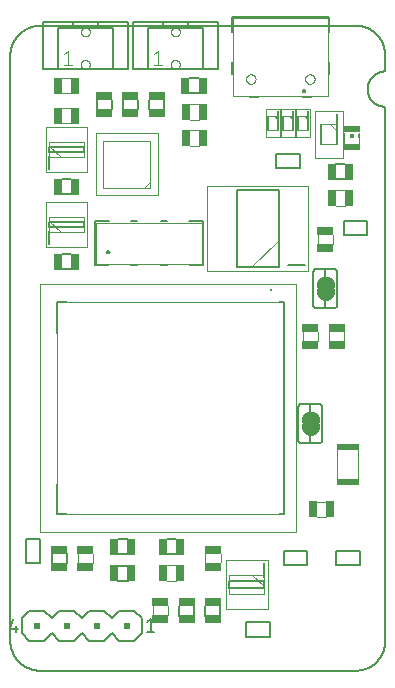
<source format=gto>
G75*
%MOIN*%
%OFA0B0*%
%FSLAX25Y25*%
%IPPOS*%
%LPD*%
%AMOC8*
5,1,8,0,0,1.08239X$1,22.5*
%
%ADD10C,0.00000*%
%ADD11C,0.00600*%
%ADD12C,0.00400*%
%ADD13R,0.05709X0.02953*%
%ADD14R,0.02953X0.05709*%
%ADD15C,0.00197*%
%ADD16C,0.00394*%
%ADD17C,0.00787*%
%ADD18R,0.00591X0.01181*%
%ADD19R,0.01181X0.01181*%
%ADD20R,0.05315X0.02362*%
%ADD21R,0.02559X0.05512*%
%ADD22C,0.00500*%
%ADD23C,0.05000*%
%ADD24R,0.05512X0.02559*%
%ADD25R,0.02000X0.02000*%
%ADD26R,0.07480X0.01969*%
D10*
X0078582Y0197217D02*
X0078584Y0197296D01*
X0078590Y0197375D01*
X0078600Y0197454D01*
X0078614Y0197532D01*
X0078631Y0197609D01*
X0078653Y0197685D01*
X0078678Y0197760D01*
X0078708Y0197833D01*
X0078740Y0197905D01*
X0078777Y0197976D01*
X0078817Y0198044D01*
X0078860Y0198110D01*
X0078906Y0198174D01*
X0078956Y0198236D01*
X0079009Y0198295D01*
X0079064Y0198351D01*
X0079123Y0198405D01*
X0079184Y0198455D01*
X0079247Y0198503D01*
X0079313Y0198547D01*
X0079381Y0198588D01*
X0079451Y0198625D01*
X0079522Y0198659D01*
X0079596Y0198689D01*
X0079670Y0198715D01*
X0079746Y0198737D01*
X0079823Y0198756D01*
X0079901Y0198771D01*
X0079979Y0198782D01*
X0080058Y0198789D01*
X0080137Y0198792D01*
X0080216Y0198791D01*
X0080295Y0198786D01*
X0080374Y0198777D01*
X0080452Y0198764D01*
X0080529Y0198747D01*
X0080606Y0198727D01*
X0080681Y0198702D01*
X0080755Y0198674D01*
X0080828Y0198642D01*
X0080898Y0198607D01*
X0080967Y0198568D01*
X0081034Y0198525D01*
X0081099Y0198479D01*
X0081161Y0198431D01*
X0081221Y0198379D01*
X0081278Y0198324D01*
X0081332Y0198266D01*
X0081383Y0198206D01*
X0081431Y0198143D01*
X0081476Y0198078D01*
X0081518Y0198010D01*
X0081556Y0197941D01*
X0081590Y0197870D01*
X0081621Y0197797D01*
X0081649Y0197722D01*
X0081672Y0197647D01*
X0081692Y0197570D01*
X0081708Y0197493D01*
X0081720Y0197414D01*
X0081728Y0197336D01*
X0081732Y0197257D01*
X0081732Y0197177D01*
X0081728Y0197098D01*
X0081720Y0197020D01*
X0081708Y0196941D01*
X0081692Y0196864D01*
X0081672Y0196787D01*
X0081649Y0196712D01*
X0081621Y0196637D01*
X0081590Y0196564D01*
X0081556Y0196493D01*
X0081518Y0196424D01*
X0081476Y0196356D01*
X0081431Y0196291D01*
X0081383Y0196228D01*
X0081332Y0196168D01*
X0081278Y0196110D01*
X0081221Y0196055D01*
X0081161Y0196003D01*
X0081099Y0195955D01*
X0081034Y0195909D01*
X0080967Y0195866D01*
X0080898Y0195827D01*
X0080828Y0195792D01*
X0080755Y0195760D01*
X0080681Y0195732D01*
X0080606Y0195707D01*
X0080529Y0195687D01*
X0080452Y0195670D01*
X0080374Y0195657D01*
X0080295Y0195648D01*
X0080216Y0195643D01*
X0080137Y0195642D01*
X0080058Y0195645D01*
X0079979Y0195652D01*
X0079901Y0195663D01*
X0079823Y0195678D01*
X0079746Y0195697D01*
X0079670Y0195719D01*
X0079596Y0195745D01*
X0079522Y0195775D01*
X0079451Y0195809D01*
X0079381Y0195846D01*
X0079313Y0195887D01*
X0079247Y0195931D01*
X0079184Y0195979D01*
X0079123Y0196029D01*
X0079064Y0196083D01*
X0079009Y0196139D01*
X0078956Y0196198D01*
X0078906Y0196260D01*
X0078860Y0196324D01*
X0078817Y0196390D01*
X0078777Y0196458D01*
X0078740Y0196529D01*
X0078708Y0196601D01*
X0078678Y0196674D01*
X0078653Y0196749D01*
X0078631Y0196825D01*
X0078614Y0196902D01*
X0078600Y0196980D01*
X0078590Y0197059D01*
X0078584Y0197138D01*
X0078582Y0197217D01*
X0098268Y0197217D02*
X0098270Y0197296D01*
X0098276Y0197375D01*
X0098286Y0197454D01*
X0098300Y0197532D01*
X0098317Y0197609D01*
X0098339Y0197685D01*
X0098364Y0197760D01*
X0098394Y0197833D01*
X0098426Y0197905D01*
X0098463Y0197976D01*
X0098503Y0198044D01*
X0098546Y0198110D01*
X0098592Y0198174D01*
X0098642Y0198236D01*
X0098695Y0198295D01*
X0098750Y0198351D01*
X0098809Y0198405D01*
X0098870Y0198455D01*
X0098933Y0198503D01*
X0098999Y0198547D01*
X0099067Y0198588D01*
X0099137Y0198625D01*
X0099208Y0198659D01*
X0099282Y0198689D01*
X0099356Y0198715D01*
X0099432Y0198737D01*
X0099509Y0198756D01*
X0099587Y0198771D01*
X0099665Y0198782D01*
X0099744Y0198789D01*
X0099823Y0198792D01*
X0099902Y0198791D01*
X0099981Y0198786D01*
X0100060Y0198777D01*
X0100138Y0198764D01*
X0100215Y0198747D01*
X0100292Y0198727D01*
X0100367Y0198702D01*
X0100441Y0198674D01*
X0100514Y0198642D01*
X0100584Y0198607D01*
X0100653Y0198568D01*
X0100720Y0198525D01*
X0100785Y0198479D01*
X0100847Y0198431D01*
X0100907Y0198379D01*
X0100964Y0198324D01*
X0101018Y0198266D01*
X0101069Y0198206D01*
X0101117Y0198143D01*
X0101162Y0198078D01*
X0101204Y0198010D01*
X0101242Y0197941D01*
X0101276Y0197870D01*
X0101307Y0197797D01*
X0101335Y0197722D01*
X0101358Y0197647D01*
X0101378Y0197570D01*
X0101394Y0197493D01*
X0101406Y0197414D01*
X0101414Y0197336D01*
X0101418Y0197257D01*
X0101418Y0197177D01*
X0101414Y0197098D01*
X0101406Y0197020D01*
X0101394Y0196941D01*
X0101378Y0196864D01*
X0101358Y0196787D01*
X0101335Y0196712D01*
X0101307Y0196637D01*
X0101276Y0196564D01*
X0101242Y0196493D01*
X0101204Y0196424D01*
X0101162Y0196356D01*
X0101117Y0196291D01*
X0101069Y0196228D01*
X0101018Y0196168D01*
X0100964Y0196110D01*
X0100907Y0196055D01*
X0100847Y0196003D01*
X0100785Y0195955D01*
X0100720Y0195909D01*
X0100653Y0195866D01*
X0100584Y0195827D01*
X0100514Y0195792D01*
X0100441Y0195760D01*
X0100367Y0195732D01*
X0100292Y0195707D01*
X0100215Y0195687D01*
X0100138Y0195670D01*
X0100060Y0195657D01*
X0099981Y0195648D01*
X0099902Y0195643D01*
X0099823Y0195642D01*
X0099744Y0195645D01*
X0099665Y0195652D01*
X0099587Y0195663D01*
X0099509Y0195678D01*
X0099432Y0195697D01*
X0099356Y0195719D01*
X0099282Y0195745D01*
X0099208Y0195775D01*
X0099137Y0195809D01*
X0099067Y0195846D01*
X0098999Y0195887D01*
X0098933Y0195931D01*
X0098870Y0195979D01*
X0098809Y0196029D01*
X0098750Y0196083D01*
X0098695Y0196139D01*
X0098642Y0196198D01*
X0098592Y0196260D01*
X0098546Y0196324D01*
X0098503Y0196390D01*
X0098463Y0196458D01*
X0098426Y0196529D01*
X0098394Y0196601D01*
X0098364Y0196674D01*
X0098339Y0196749D01*
X0098317Y0196825D01*
X0098300Y0196902D01*
X0098286Y0196980D01*
X0098276Y0197059D01*
X0098270Y0197138D01*
X0098268Y0197217D01*
X0053524Y0202087D02*
X0053526Y0202164D01*
X0053532Y0202240D01*
X0053542Y0202316D01*
X0053556Y0202391D01*
X0053573Y0202466D01*
X0053595Y0202539D01*
X0053620Y0202612D01*
X0053650Y0202683D01*
X0053682Y0202752D01*
X0053719Y0202819D01*
X0053758Y0202885D01*
X0053801Y0202948D01*
X0053848Y0203009D01*
X0053897Y0203068D01*
X0053950Y0203124D01*
X0054005Y0203177D01*
X0054063Y0203227D01*
X0054123Y0203274D01*
X0054186Y0203318D01*
X0054251Y0203359D01*
X0054318Y0203396D01*
X0054387Y0203430D01*
X0054457Y0203460D01*
X0054529Y0203486D01*
X0054603Y0203508D01*
X0054677Y0203527D01*
X0054752Y0203542D01*
X0054828Y0203553D01*
X0054904Y0203560D01*
X0054981Y0203563D01*
X0055057Y0203562D01*
X0055134Y0203557D01*
X0055210Y0203548D01*
X0055286Y0203535D01*
X0055360Y0203518D01*
X0055434Y0203498D01*
X0055507Y0203473D01*
X0055578Y0203445D01*
X0055648Y0203413D01*
X0055716Y0203378D01*
X0055782Y0203339D01*
X0055846Y0203297D01*
X0055907Y0203251D01*
X0055967Y0203202D01*
X0056023Y0203151D01*
X0056077Y0203096D01*
X0056128Y0203039D01*
X0056176Y0202979D01*
X0056221Y0202917D01*
X0056262Y0202852D01*
X0056300Y0202786D01*
X0056335Y0202718D01*
X0056365Y0202647D01*
X0056393Y0202576D01*
X0056416Y0202503D01*
X0056436Y0202429D01*
X0056452Y0202354D01*
X0056464Y0202278D01*
X0056472Y0202202D01*
X0056476Y0202125D01*
X0056476Y0202049D01*
X0056472Y0201972D01*
X0056464Y0201896D01*
X0056452Y0201820D01*
X0056436Y0201745D01*
X0056416Y0201671D01*
X0056393Y0201598D01*
X0056365Y0201527D01*
X0056335Y0201456D01*
X0056300Y0201388D01*
X0056262Y0201322D01*
X0056221Y0201257D01*
X0056176Y0201195D01*
X0056128Y0201135D01*
X0056077Y0201078D01*
X0056023Y0201023D01*
X0055967Y0200972D01*
X0055907Y0200923D01*
X0055846Y0200877D01*
X0055782Y0200835D01*
X0055716Y0200796D01*
X0055648Y0200761D01*
X0055578Y0200729D01*
X0055507Y0200701D01*
X0055434Y0200676D01*
X0055360Y0200656D01*
X0055286Y0200639D01*
X0055210Y0200626D01*
X0055134Y0200617D01*
X0055057Y0200612D01*
X0054981Y0200611D01*
X0054904Y0200614D01*
X0054828Y0200621D01*
X0054752Y0200632D01*
X0054677Y0200647D01*
X0054603Y0200666D01*
X0054529Y0200688D01*
X0054457Y0200714D01*
X0054387Y0200744D01*
X0054318Y0200778D01*
X0054251Y0200815D01*
X0054186Y0200856D01*
X0054123Y0200900D01*
X0054063Y0200947D01*
X0054005Y0200997D01*
X0053950Y0201050D01*
X0053897Y0201106D01*
X0053848Y0201165D01*
X0053801Y0201226D01*
X0053758Y0201289D01*
X0053719Y0201355D01*
X0053682Y0201422D01*
X0053650Y0201491D01*
X0053620Y0201562D01*
X0053595Y0201635D01*
X0053573Y0201708D01*
X0053556Y0201783D01*
X0053542Y0201858D01*
X0053532Y0201934D01*
X0053526Y0202010D01*
X0053524Y0202087D01*
X0053526Y0202164D01*
X0053532Y0202240D01*
X0053542Y0202316D01*
X0053556Y0202391D01*
X0053573Y0202466D01*
X0053595Y0202539D01*
X0053620Y0202612D01*
X0053650Y0202683D01*
X0053682Y0202752D01*
X0053719Y0202819D01*
X0053758Y0202885D01*
X0053801Y0202948D01*
X0053848Y0203009D01*
X0053897Y0203068D01*
X0053950Y0203124D01*
X0054005Y0203177D01*
X0054063Y0203227D01*
X0054123Y0203274D01*
X0054186Y0203318D01*
X0054251Y0203359D01*
X0054318Y0203396D01*
X0054387Y0203430D01*
X0054457Y0203460D01*
X0054529Y0203486D01*
X0054603Y0203508D01*
X0054677Y0203527D01*
X0054752Y0203542D01*
X0054828Y0203553D01*
X0054904Y0203560D01*
X0054981Y0203563D01*
X0055057Y0203562D01*
X0055134Y0203557D01*
X0055210Y0203548D01*
X0055286Y0203535D01*
X0055360Y0203518D01*
X0055434Y0203498D01*
X0055507Y0203473D01*
X0055578Y0203445D01*
X0055648Y0203413D01*
X0055716Y0203378D01*
X0055782Y0203339D01*
X0055846Y0203297D01*
X0055907Y0203251D01*
X0055967Y0203202D01*
X0056023Y0203151D01*
X0056077Y0203096D01*
X0056128Y0203039D01*
X0056176Y0202979D01*
X0056221Y0202917D01*
X0056262Y0202852D01*
X0056300Y0202786D01*
X0056335Y0202718D01*
X0056365Y0202647D01*
X0056393Y0202576D01*
X0056416Y0202503D01*
X0056436Y0202429D01*
X0056452Y0202354D01*
X0056464Y0202278D01*
X0056472Y0202202D01*
X0056476Y0202125D01*
X0056476Y0202049D01*
X0056472Y0201972D01*
X0056464Y0201896D01*
X0056452Y0201820D01*
X0056436Y0201745D01*
X0056416Y0201671D01*
X0056393Y0201598D01*
X0056365Y0201527D01*
X0056335Y0201456D01*
X0056300Y0201388D01*
X0056262Y0201322D01*
X0056221Y0201257D01*
X0056176Y0201195D01*
X0056128Y0201135D01*
X0056077Y0201078D01*
X0056023Y0201023D01*
X0055967Y0200972D01*
X0055907Y0200923D01*
X0055846Y0200877D01*
X0055782Y0200835D01*
X0055716Y0200796D01*
X0055648Y0200761D01*
X0055578Y0200729D01*
X0055507Y0200701D01*
X0055434Y0200676D01*
X0055360Y0200656D01*
X0055286Y0200639D01*
X0055210Y0200626D01*
X0055134Y0200617D01*
X0055057Y0200612D01*
X0054981Y0200611D01*
X0054904Y0200614D01*
X0054828Y0200621D01*
X0054752Y0200632D01*
X0054677Y0200647D01*
X0054603Y0200666D01*
X0054529Y0200688D01*
X0054457Y0200714D01*
X0054387Y0200744D01*
X0054318Y0200778D01*
X0054251Y0200815D01*
X0054186Y0200856D01*
X0054123Y0200900D01*
X0054063Y0200947D01*
X0054005Y0200997D01*
X0053950Y0201050D01*
X0053897Y0201106D01*
X0053848Y0201165D01*
X0053801Y0201226D01*
X0053758Y0201289D01*
X0053719Y0201355D01*
X0053682Y0201422D01*
X0053650Y0201491D01*
X0053620Y0201562D01*
X0053595Y0201635D01*
X0053573Y0201708D01*
X0053556Y0201783D01*
X0053542Y0201858D01*
X0053532Y0201934D01*
X0053526Y0202010D01*
X0053524Y0202087D01*
X0053524Y0212913D02*
X0053526Y0212990D01*
X0053532Y0213066D01*
X0053542Y0213142D01*
X0053556Y0213217D01*
X0053573Y0213292D01*
X0053595Y0213365D01*
X0053620Y0213438D01*
X0053650Y0213509D01*
X0053682Y0213578D01*
X0053719Y0213645D01*
X0053758Y0213711D01*
X0053801Y0213774D01*
X0053848Y0213835D01*
X0053897Y0213894D01*
X0053950Y0213950D01*
X0054005Y0214003D01*
X0054063Y0214053D01*
X0054123Y0214100D01*
X0054186Y0214144D01*
X0054251Y0214185D01*
X0054318Y0214222D01*
X0054387Y0214256D01*
X0054457Y0214286D01*
X0054529Y0214312D01*
X0054603Y0214334D01*
X0054677Y0214353D01*
X0054752Y0214368D01*
X0054828Y0214379D01*
X0054904Y0214386D01*
X0054981Y0214389D01*
X0055057Y0214388D01*
X0055134Y0214383D01*
X0055210Y0214374D01*
X0055286Y0214361D01*
X0055360Y0214344D01*
X0055434Y0214324D01*
X0055507Y0214299D01*
X0055578Y0214271D01*
X0055648Y0214239D01*
X0055716Y0214204D01*
X0055782Y0214165D01*
X0055846Y0214123D01*
X0055907Y0214077D01*
X0055967Y0214028D01*
X0056023Y0213977D01*
X0056077Y0213922D01*
X0056128Y0213865D01*
X0056176Y0213805D01*
X0056221Y0213743D01*
X0056262Y0213678D01*
X0056300Y0213612D01*
X0056335Y0213544D01*
X0056365Y0213473D01*
X0056393Y0213402D01*
X0056416Y0213329D01*
X0056436Y0213255D01*
X0056452Y0213180D01*
X0056464Y0213104D01*
X0056472Y0213028D01*
X0056476Y0212951D01*
X0056476Y0212875D01*
X0056472Y0212798D01*
X0056464Y0212722D01*
X0056452Y0212646D01*
X0056436Y0212571D01*
X0056416Y0212497D01*
X0056393Y0212424D01*
X0056365Y0212353D01*
X0056335Y0212282D01*
X0056300Y0212214D01*
X0056262Y0212148D01*
X0056221Y0212083D01*
X0056176Y0212021D01*
X0056128Y0211961D01*
X0056077Y0211904D01*
X0056023Y0211849D01*
X0055967Y0211798D01*
X0055907Y0211749D01*
X0055846Y0211703D01*
X0055782Y0211661D01*
X0055716Y0211622D01*
X0055648Y0211587D01*
X0055578Y0211555D01*
X0055507Y0211527D01*
X0055434Y0211502D01*
X0055360Y0211482D01*
X0055286Y0211465D01*
X0055210Y0211452D01*
X0055134Y0211443D01*
X0055057Y0211438D01*
X0054981Y0211437D01*
X0054904Y0211440D01*
X0054828Y0211447D01*
X0054752Y0211458D01*
X0054677Y0211473D01*
X0054603Y0211492D01*
X0054529Y0211514D01*
X0054457Y0211540D01*
X0054387Y0211570D01*
X0054318Y0211604D01*
X0054251Y0211641D01*
X0054186Y0211682D01*
X0054123Y0211726D01*
X0054063Y0211773D01*
X0054005Y0211823D01*
X0053950Y0211876D01*
X0053897Y0211932D01*
X0053848Y0211991D01*
X0053801Y0212052D01*
X0053758Y0212115D01*
X0053719Y0212181D01*
X0053682Y0212248D01*
X0053650Y0212317D01*
X0053620Y0212388D01*
X0053595Y0212461D01*
X0053573Y0212534D01*
X0053556Y0212609D01*
X0053542Y0212684D01*
X0053532Y0212760D01*
X0053526Y0212836D01*
X0053524Y0212913D01*
X0053526Y0212990D01*
X0053532Y0213066D01*
X0053542Y0213142D01*
X0053556Y0213217D01*
X0053573Y0213292D01*
X0053595Y0213365D01*
X0053620Y0213438D01*
X0053650Y0213509D01*
X0053682Y0213578D01*
X0053719Y0213645D01*
X0053758Y0213711D01*
X0053801Y0213774D01*
X0053848Y0213835D01*
X0053897Y0213894D01*
X0053950Y0213950D01*
X0054005Y0214003D01*
X0054063Y0214053D01*
X0054123Y0214100D01*
X0054186Y0214144D01*
X0054251Y0214185D01*
X0054318Y0214222D01*
X0054387Y0214256D01*
X0054457Y0214286D01*
X0054529Y0214312D01*
X0054603Y0214334D01*
X0054677Y0214353D01*
X0054752Y0214368D01*
X0054828Y0214379D01*
X0054904Y0214386D01*
X0054981Y0214389D01*
X0055057Y0214388D01*
X0055134Y0214383D01*
X0055210Y0214374D01*
X0055286Y0214361D01*
X0055360Y0214344D01*
X0055434Y0214324D01*
X0055507Y0214299D01*
X0055578Y0214271D01*
X0055648Y0214239D01*
X0055716Y0214204D01*
X0055782Y0214165D01*
X0055846Y0214123D01*
X0055907Y0214077D01*
X0055967Y0214028D01*
X0056023Y0213977D01*
X0056077Y0213922D01*
X0056128Y0213865D01*
X0056176Y0213805D01*
X0056221Y0213743D01*
X0056262Y0213678D01*
X0056300Y0213612D01*
X0056335Y0213544D01*
X0056365Y0213473D01*
X0056393Y0213402D01*
X0056416Y0213329D01*
X0056436Y0213255D01*
X0056452Y0213180D01*
X0056464Y0213104D01*
X0056472Y0213028D01*
X0056476Y0212951D01*
X0056476Y0212875D01*
X0056472Y0212798D01*
X0056464Y0212722D01*
X0056452Y0212646D01*
X0056436Y0212571D01*
X0056416Y0212497D01*
X0056393Y0212424D01*
X0056365Y0212353D01*
X0056335Y0212282D01*
X0056300Y0212214D01*
X0056262Y0212148D01*
X0056221Y0212083D01*
X0056176Y0212021D01*
X0056128Y0211961D01*
X0056077Y0211904D01*
X0056023Y0211849D01*
X0055967Y0211798D01*
X0055907Y0211749D01*
X0055846Y0211703D01*
X0055782Y0211661D01*
X0055716Y0211622D01*
X0055648Y0211587D01*
X0055578Y0211555D01*
X0055507Y0211527D01*
X0055434Y0211502D01*
X0055360Y0211482D01*
X0055286Y0211465D01*
X0055210Y0211452D01*
X0055134Y0211443D01*
X0055057Y0211438D01*
X0054981Y0211437D01*
X0054904Y0211440D01*
X0054828Y0211447D01*
X0054752Y0211458D01*
X0054677Y0211473D01*
X0054603Y0211492D01*
X0054529Y0211514D01*
X0054457Y0211540D01*
X0054387Y0211570D01*
X0054318Y0211604D01*
X0054251Y0211641D01*
X0054186Y0211682D01*
X0054123Y0211726D01*
X0054063Y0211773D01*
X0054005Y0211823D01*
X0053950Y0211876D01*
X0053897Y0211932D01*
X0053848Y0211991D01*
X0053801Y0212052D01*
X0053758Y0212115D01*
X0053719Y0212181D01*
X0053682Y0212248D01*
X0053650Y0212317D01*
X0053620Y0212388D01*
X0053595Y0212461D01*
X0053573Y0212534D01*
X0053556Y0212609D01*
X0053542Y0212684D01*
X0053532Y0212760D01*
X0053526Y0212836D01*
X0053524Y0212913D01*
X0023524Y0212913D02*
X0023526Y0212990D01*
X0023532Y0213066D01*
X0023542Y0213142D01*
X0023556Y0213217D01*
X0023573Y0213292D01*
X0023595Y0213365D01*
X0023620Y0213438D01*
X0023650Y0213509D01*
X0023682Y0213578D01*
X0023719Y0213645D01*
X0023758Y0213711D01*
X0023801Y0213774D01*
X0023848Y0213835D01*
X0023897Y0213894D01*
X0023950Y0213950D01*
X0024005Y0214003D01*
X0024063Y0214053D01*
X0024123Y0214100D01*
X0024186Y0214144D01*
X0024251Y0214185D01*
X0024318Y0214222D01*
X0024387Y0214256D01*
X0024457Y0214286D01*
X0024529Y0214312D01*
X0024603Y0214334D01*
X0024677Y0214353D01*
X0024752Y0214368D01*
X0024828Y0214379D01*
X0024904Y0214386D01*
X0024981Y0214389D01*
X0025057Y0214388D01*
X0025134Y0214383D01*
X0025210Y0214374D01*
X0025286Y0214361D01*
X0025360Y0214344D01*
X0025434Y0214324D01*
X0025507Y0214299D01*
X0025578Y0214271D01*
X0025648Y0214239D01*
X0025716Y0214204D01*
X0025782Y0214165D01*
X0025846Y0214123D01*
X0025907Y0214077D01*
X0025967Y0214028D01*
X0026023Y0213977D01*
X0026077Y0213922D01*
X0026128Y0213865D01*
X0026176Y0213805D01*
X0026221Y0213743D01*
X0026262Y0213678D01*
X0026300Y0213612D01*
X0026335Y0213544D01*
X0026365Y0213473D01*
X0026393Y0213402D01*
X0026416Y0213329D01*
X0026436Y0213255D01*
X0026452Y0213180D01*
X0026464Y0213104D01*
X0026472Y0213028D01*
X0026476Y0212951D01*
X0026476Y0212875D01*
X0026472Y0212798D01*
X0026464Y0212722D01*
X0026452Y0212646D01*
X0026436Y0212571D01*
X0026416Y0212497D01*
X0026393Y0212424D01*
X0026365Y0212353D01*
X0026335Y0212282D01*
X0026300Y0212214D01*
X0026262Y0212148D01*
X0026221Y0212083D01*
X0026176Y0212021D01*
X0026128Y0211961D01*
X0026077Y0211904D01*
X0026023Y0211849D01*
X0025967Y0211798D01*
X0025907Y0211749D01*
X0025846Y0211703D01*
X0025782Y0211661D01*
X0025716Y0211622D01*
X0025648Y0211587D01*
X0025578Y0211555D01*
X0025507Y0211527D01*
X0025434Y0211502D01*
X0025360Y0211482D01*
X0025286Y0211465D01*
X0025210Y0211452D01*
X0025134Y0211443D01*
X0025057Y0211438D01*
X0024981Y0211437D01*
X0024904Y0211440D01*
X0024828Y0211447D01*
X0024752Y0211458D01*
X0024677Y0211473D01*
X0024603Y0211492D01*
X0024529Y0211514D01*
X0024457Y0211540D01*
X0024387Y0211570D01*
X0024318Y0211604D01*
X0024251Y0211641D01*
X0024186Y0211682D01*
X0024123Y0211726D01*
X0024063Y0211773D01*
X0024005Y0211823D01*
X0023950Y0211876D01*
X0023897Y0211932D01*
X0023848Y0211991D01*
X0023801Y0212052D01*
X0023758Y0212115D01*
X0023719Y0212181D01*
X0023682Y0212248D01*
X0023650Y0212317D01*
X0023620Y0212388D01*
X0023595Y0212461D01*
X0023573Y0212534D01*
X0023556Y0212609D01*
X0023542Y0212684D01*
X0023532Y0212760D01*
X0023526Y0212836D01*
X0023524Y0212913D01*
X0023526Y0212990D01*
X0023532Y0213066D01*
X0023542Y0213142D01*
X0023556Y0213217D01*
X0023573Y0213292D01*
X0023595Y0213365D01*
X0023620Y0213438D01*
X0023650Y0213509D01*
X0023682Y0213578D01*
X0023719Y0213645D01*
X0023758Y0213711D01*
X0023801Y0213774D01*
X0023848Y0213835D01*
X0023897Y0213894D01*
X0023950Y0213950D01*
X0024005Y0214003D01*
X0024063Y0214053D01*
X0024123Y0214100D01*
X0024186Y0214144D01*
X0024251Y0214185D01*
X0024318Y0214222D01*
X0024387Y0214256D01*
X0024457Y0214286D01*
X0024529Y0214312D01*
X0024603Y0214334D01*
X0024677Y0214353D01*
X0024752Y0214368D01*
X0024828Y0214379D01*
X0024904Y0214386D01*
X0024981Y0214389D01*
X0025057Y0214388D01*
X0025134Y0214383D01*
X0025210Y0214374D01*
X0025286Y0214361D01*
X0025360Y0214344D01*
X0025434Y0214324D01*
X0025507Y0214299D01*
X0025578Y0214271D01*
X0025648Y0214239D01*
X0025716Y0214204D01*
X0025782Y0214165D01*
X0025846Y0214123D01*
X0025907Y0214077D01*
X0025967Y0214028D01*
X0026023Y0213977D01*
X0026077Y0213922D01*
X0026128Y0213865D01*
X0026176Y0213805D01*
X0026221Y0213743D01*
X0026262Y0213678D01*
X0026300Y0213612D01*
X0026335Y0213544D01*
X0026365Y0213473D01*
X0026393Y0213402D01*
X0026416Y0213329D01*
X0026436Y0213255D01*
X0026452Y0213180D01*
X0026464Y0213104D01*
X0026472Y0213028D01*
X0026476Y0212951D01*
X0026476Y0212875D01*
X0026472Y0212798D01*
X0026464Y0212722D01*
X0026452Y0212646D01*
X0026436Y0212571D01*
X0026416Y0212497D01*
X0026393Y0212424D01*
X0026365Y0212353D01*
X0026335Y0212282D01*
X0026300Y0212214D01*
X0026262Y0212148D01*
X0026221Y0212083D01*
X0026176Y0212021D01*
X0026128Y0211961D01*
X0026077Y0211904D01*
X0026023Y0211849D01*
X0025967Y0211798D01*
X0025907Y0211749D01*
X0025846Y0211703D01*
X0025782Y0211661D01*
X0025716Y0211622D01*
X0025648Y0211587D01*
X0025578Y0211555D01*
X0025507Y0211527D01*
X0025434Y0211502D01*
X0025360Y0211482D01*
X0025286Y0211465D01*
X0025210Y0211452D01*
X0025134Y0211443D01*
X0025057Y0211438D01*
X0024981Y0211437D01*
X0024904Y0211440D01*
X0024828Y0211447D01*
X0024752Y0211458D01*
X0024677Y0211473D01*
X0024603Y0211492D01*
X0024529Y0211514D01*
X0024457Y0211540D01*
X0024387Y0211570D01*
X0024318Y0211604D01*
X0024251Y0211641D01*
X0024186Y0211682D01*
X0024123Y0211726D01*
X0024063Y0211773D01*
X0024005Y0211823D01*
X0023950Y0211876D01*
X0023897Y0211932D01*
X0023848Y0211991D01*
X0023801Y0212052D01*
X0023758Y0212115D01*
X0023719Y0212181D01*
X0023682Y0212248D01*
X0023650Y0212317D01*
X0023620Y0212388D01*
X0023595Y0212461D01*
X0023573Y0212534D01*
X0023556Y0212609D01*
X0023542Y0212684D01*
X0023532Y0212760D01*
X0023526Y0212836D01*
X0023524Y0212913D01*
X0023524Y0202087D02*
X0023526Y0202164D01*
X0023532Y0202240D01*
X0023542Y0202316D01*
X0023556Y0202391D01*
X0023573Y0202466D01*
X0023595Y0202539D01*
X0023620Y0202612D01*
X0023650Y0202683D01*
X0023682Y0202752D01*
X0023719Y0202819D01*
X0023758Y0202885D01*
X0023801Y0202948D01*
X0023848Y0203009D01*
X0023897Y0203068D01*
X0023950Y0203124D01*
X0024005Y0203177D01*
X0024063Y0203227D01*
X0024123Y0203274D01*
X0024186Y0203318D01*
X0024251Y0203359D01*
X0024318Y0203396D01*
X0024387Y0203430D01*
X0024457Y0203460D01*
X0024529Y0203486D01*
X0024603Y0203508D01*
X0024677Y0203527D01*
X0024752Y0203542D01*
X0024828Y0203553D01*
X0024904Y0203560D01*
X0024981Y0203563D01*
X0025057Y0203562D01*
X0025134Y0203557D01*
X0025210Y0203548D01*
X0025286Y0203535D01*
X0025360Y0203518D01*
X0025434Y0203498D01*
X0025507Y0203473D01*
X0025578Y0203445D01*
X0025648Y0203413D01*
X0025716Y0203378D01*
X0025782Y0203339D01*
X0025846Y0203297D01*
X0025907Y0203251D01*
X0025967Y0203202D01*
X0026023Y0203151D01*
X0026077Y0203096D01*
X0026128Y0203039D01*
X0026176Y0202979D01*
X0026221Y0202917D01*
X0026262Y0202852D01*
X0026300Y0202786D01*
X0026335Y0202718D01*
X0026365Y0202647D01*
X0026393Y0202576D01*
X0026416Y0202503D01*
X0026436Y0202429D01*
X0026452Y0202354D01*
X0026464Y0202278D01*
X0026472Y0202202D01*
X0026476Y0202125D01*
X0026476Y0202049D01*
X0026472Y0201972D01*
X0026464Y0201896D01*
X0026452Y0201820D01*
X0026436Y0201745D01*
X0026416Y0201671D01*
X0026393Y0201598D01*
X0026365Y0201527D01*
X0026335Y0201456D01*
X0026300Y0201388D01*
X0026262Y0201322D01*
X0026221Y0201257D01*
X0026176Y0201195D01*
X0026128Y0201135D01*
X0026077Y0201078D01*
X0026023Y0201023D01*
X0025967Y0200972D01*
X0025907Y0200923D01*
X0025846Y0200877D01*
X0025782Y0200835D01*
X0025716Y0200796D01*
X0025648Y0200761D01*
X0025578Y0200729D01*
X0025507Y0200701D01*
X0025434Y0200676D01*
X0025360Y0200656D01*
X0025286Y0200639D01*
X0025210Y0200626D01*
X0025134Y0200617D01*
X0025057Y0200612D01*
X0024981Y0200611D01*
X0024904Y0200614D01*
X0024828Y0200621D01*
X0024752Y0200632D01*
X0024677Y0200647D01*
X0024603Y0200666D01*
X0024529Y0200688D01*
X0024457Y0200714D01*
X0024387Y0200744D01*
X0024318Y0200778D01*
X0024251Y0200815D01*
X0024186Y0200856D01*
X0024123Y0200900D01*
X0024063Y0200947D01*
X0024005Y0200997D01*
X0023950Y0201050D01*
X0023897Y0201106D01*
X0023848Y0201165D01*
X0023801Y0201226D01*
X0023758Y0201289D01*
X0023719Y0201355D01*
X0023682Y0201422D01*
X0023650Y0201491D01*
X0023620Y0201562D01*
X0023595Y0201635D01*
X0023573Y0201708D01*
X0023556Y0201783D01*
X0023542Y0201858D01*
X0023532Y0201934D01*
X0023526Y0202010D01*
X0023524Y0202087D01*
X0023526Y0202164D01*
X0023532Y0202240D01*
X0023542Y0202316D01*
X0023556Y0202391D01*
X0023573Y0202466D01*
X0023595Y0202539D01*
X0023620Y0202612D01*
X0023650Y0202683D01*
X0023682Y0202752D01*
X0023719Y0202819D01*
X0023758Y0202885D01*
X0023801Y0202948D01*
X0023848Y0203009D01*
X0023897Y0203068D01*
X0023950Y0203124D01*
X0024005Y0203177D01*
X0024063Y0203227D01*
X0024123Y0203274D01*
X0024186Y0203318D01*
X0024251Y0203359D01*
X0024318Y0203396D01*
X0024387Y0203430D01*
X0024457Y0203460D01*
X0024529Y0203486D01*
X0024603Y0203508D01*
X0024677Y0203527D01*
X0024752Y0203542D01*
X0024828Y0203553D01*
X0024904Y0203560D01*
X0024981Y0203563D01*
X0025057Y0203562D01*
X0025134Y0203557D01*
X0025210Y0203548D01*
X0025286Y0203535D01*
X0025360Y0203518D01*
X0025434Y0203498D01*
X0025507Y0203473D01*
X0025578Y0203445D01*
X0025648Y0203413D01*
X0025716Y0203378D01*
X0025782Y0203339D01*
X0025846Y0203297D01*
X0025907Y0203251D01*
X0025967Y0203202D01*
X0026023Y0203151D01*
X0026077Y0203096D01*
X0026128Y0203039D01*
X0026176Y0202979D01*
X0026221Y0202917D01*
X0026262Y0202852D01*
X0026300Y0202786D01*
X0026335Y0202718D01*
X0026365Y0202647D01*
X0026393Y0202576D01*
X0026416Y0202503D01*
X0026436Y0202429D01*
X0026452Y0202354D01*
X0026464Y0202278D01*
X0026472Y0202202D01*
X0026476Y0202125D01*
X0026476Y0202049D01*
X0026472Y0201972D01*
X0026464Y0201896D01*
X0026452Y0201820D01*
X0026436Y0201745D01*
X0026416Y0201671D01*
X0026393Y0201598D01*
X0026365Y0201527D01*
X0026335Y0201456D01*
X0026300Y0201388D01*
X0026262Y0201322D01*
X0026221Y0201257D01*
X0026176Y0201195D01*
X0026128Y0201135D01*
X0026077Y0201078D01*
X0026023Y0201023D01*
X0025967Y0200972D01*
X0025907Y0200923D01*
X0025846Y0200877D01*
X0025782Y0200835D01*
X0025716Y0200796D01*
X0025648Y0200761D01*
X0025578Y0200729D01*
X0025507Y0200701D01*
X0025434Y0200676D01*
X0025360Y0200656D01*
X0025286Y0200639D01*
X0025210Y0200626D01*
X0025134Y0200617D01*
X0025057Y0200612D01*
X0024981Y0200611D01*
X0024904Y0200614D01*
X0024828Y0200621D01*
X0024752Y0200632D01*
X0024677Y0200647D01*
X0024603Y0200666D01*
X0024529Y0200688D01*
X0024457Y0200714D01*
X0024387Y0200744D01*
X0024318Y0200778D01*
X0024251Y0200815D01*
X0024186Y0200856D01*
X0024123Y0200900D01*
X0024063Y0200947D01*
X0024005Y0200997D01*
X0023950Y0201050D01*
X0023897Y0201106D01*
X0023848Y0201165D01*
X0023801Y0201226D01*
X0023758Y0201289D01*
X0023719Y0201355D01*
X0023682Y0201422D01*
X0023650Y0201491D01*
X0023620Y0201562D01*
X0023595Y0201635D01*
X0023573Y0201708D01*
X0023556Y0201783D01*
X0023542Y0201858D01*
X0023532Y0201934D01*
X0023526Y0202010D01*
X0023524Y0202087D01*
D11*
X0000000Y0205000D02*
X0000000Y0010000D01*
X0003750Y0012500D02*
X0003750Y0017500D01*
X0006250Y0020000D01*
X0011250Y0020000D01*
X0013750Y0017500D01*
X0016250Y0020000D01*
X0021250Y0020000D01*
X0023750Y0017500D01*
X0026250Y0020000D01*
X0031250Y0020000D01*
X0033750Y0017500D01*
X0036250Y0020000D01*
X0041250Y0020000D01*
X0043750Y0017500D01*
X0043750Y0012500D01*
X0041250Y0010000D01*
X0036250Y0010000D01*
X0033750Y0012500D01*
X0031250Y0010000D01*
X0026250Y0010000D01*
X0023750Y0012500D01*
X0021250Y0010000D01*
X0016250Y0010000D01*
X0013750Y0012500D01*
X0011250Y0010000D01*
X0006250Y0010000D01*
X0003750Y0012500D01*
X0000000Y0010000D02*
X0000003Y0009758D01*
X0000012Y0009517D01*
X0000026Y0009276D01*
X0000047Y0009035D01*
X0000073Y0008795D01*
X0000105Y0008555D01*
X0000143Y0008316D01*
X0000186Y0008079D01*
X0000236Y0007842D01*
X0000291Y0007607D01*
X0000351Y0007373D01*
X0000418Y0007141D01*
X0000489Y0006910D01*
X0000567Y0006681D01*
X0000650Y0006454D01*
X0000738Y0006229D01*
X0000832Y0006006D01*
X0000931Y0005786D01*
X0001036Y0005568D01*
X0001145Y0005353D01*
X0001260Y0005140D01*
X0001380Y0004930D01*
X0001505Y0004724D01*
X0001635Y0004520D01*
X0001770Y0004319D01*
X0001910Y0004122D01*
X0002054Y0003928D01*
X0002203Y0003738D01*
X0002357Y0003552D01*
X0002515Y0003369D01*
X0002677Y0003190D01*
X0002844Y0003015D01*
X0003015Y0002844D01*
X0003190Y0002677D01*
X0003369Y0002515D01*
X0003552Y0002357D01*
X0003738Y0002203D01*
X0003928Y0002054D01*
X0004122Y0001910D01*
X0004319Y0001770D01*
X0004520Y0001635D01*
X0004724Y0001505D01*
X0004930Y0001380D01*
X0005140Y0001260D01*
X0005353Y0001145D01*
X0005568Y0001036D01*
X0005786Y0000931D01*
X0006006Y0000832D01*
X0006229Y0000738D01*
X0006454Y0000650D01*
X0006681Y0000567D01*
X0006910Y0000489D01*
X0007141Y0000418D01*
X0007373Y0000351D01*
X0007607Y0000291D01*
X0007842Y0000236D01*
X0008079Y0000186D01*
X0008316Y0000143D01*
X0008555Y0000105D01*
X0008795Y0000073D01*
X0009035Y0000047D01*
X0009276Y0000026D01*
X0009517Y0000012D01*
X0009758Y0000003D01*
X0010000Y0000000D01*
X0115000Y0000000D01*
X0115242Y0000003D01*
X0115483Y0000012D01*
X0115724Y0000026D01*
X0115965Y0000047D01*
X0116205Y0000073D01*
X0116445Y0000105D01*
X0116684Y0000143D01*
X0116921Y0000186D01*
X0117158Y0000236D01*
X0117393Y0000291D01*
X0117627Y0000351D01*
X0117859Y0000418D01*
X0118090Y0000489D01*
X0118319Y0000567D01*
X0118546Y0000650D01*
X0118771Y0000738D01*
X0118994Y0000832D01*
X0119214Y0000931D01*
X0119432Y0001036D01*
X0119647Y0001145D01*
X0119860Y0001260D01*
X0120070Y0001380D01*
X0120276Y0001505D01*
X0120480Y0001635D01*
X0120681Y0001770D01*
X0120878Y0001910D01*
X0121072Y0002054D01*
X0121262Y0002203D01*
X0121448Y0002357D01*
X0121631Y0002515D01*
X0121810Y0002677D01*
X0121985Y0002844D01*
X0122156Y0003015D01*
X0122323Y0003190D01*
X0122485Y0003369D01*
X0122643Y0003552D01*
X0122797Y0003738D01*
X0122946Y0003928D01*
X0123090Y0004122D01*
X0123230Y0004319D01*
X0123365Y0004520D01*
X0123495Y0004724D01*
X0123620Y0004930D01*
X0123740Y0005140D01*
X0123855Y0005353D01*
X0123964Y0005568D01*
X0124069Y0005786D01*
X0124168Y0006006D01*
X0124262Y0006229D01*
X0124350Y0006454D01*
X0124433Y0006681D01*
X0124511Y0006910D01*
X0124582Y0007141D01*
X0124649Y0007373D01*
X0124709Y0007607D01*
X0124764Y0007842D01*
X0124814Y0008079D01*
X0124857Y0008316D01*
X0124895Y0008555D01*
X0124927Y0008795D01*
X0124953Y0009035D01*
X0124974Y0009276D01*
X0124988Y0009517D01*
X0124997Y0009758D01*
X0125000Y0010000D01*
X0125000Y0187972D01*
X0124848Y0187974D01*
X0124696Y0187980D01*
X0124544Y0187990D01*
X0124393Y0188003D01*
X0124242Y0188021D01*
X0124091Y0188042D01*
X0123941Y0188068D01*
X0123792Y0188097D01*
X0123643Y0188130D01*
X0123496Y0188167D01*
X0123349Y0188207D01*
X0123204Y0188252D01*
X0123060Y0188300D01*
X0122917Y0188352D01*
X0122775Y0188407D01*
X0122635Y0188466D01*
X0122496Y0188529D01*
X0122359Y0188595D01*
X0122224Y0188665D01*
X0122091Y0188738D01*
X0121960Y0188815D01*
X0121830Y0188895D01*
X0121703Y0188978D01*
X0121578Y0189064D01*
X0121455Y0189154D01*
X0121335Y0189247D01*
X0121217Y0189343D01*
X0121101Y0189442D01*
X0120988Y0189544D01*
X0120878Y0189648D01*
X0120770Y0189756D01*
X0120666Y0189866D01*
X0120564Y0189979D01*
X0120465Y0190095D01*
X0120369Y0190213D01*
X0120276Y0190333D01*
X0120186Y0190456D01*
X0120100Y0190581D01*
X0120017Y0190708D01*
X0119937Y0190838D01*
X0119860Y0190969D01*
X0119787Y0191102D01*
X0119717Y0191237D01*
X0119651Y0191374D01*
X0119588Y0191513D01*
X0119529Y0191653D01*
X0119474Y0191795D01*
X0119422Y0191938D01*
X0119374Y0192082D01*
X0119329Y0192227D01*
X0119289Y0192374D01*
X0119252Y0192521D01*
X0119219Y0192670D01*
X0119190Y0192819D01*
X0119164Y0192969D01*
X0119143Y0193120D01*
X0119125Y0193271D01*
X0119112Y0193422D01*
X0119102Y0193574D01*
X0119096Y0193726D01*
X0119094Y0193878D01*
X0119096Y0194030D01*
X0119102Y0194182D01*
X0119112Y0194334D01*
X0119125Y0194485D01*
X0119143Y0194636D01*
X0119164Y0194787D01*
X0119190Y0194937D01*
X0119219Y0195086D01*
X0119252Y0195235D01*
X0119289Y0195382D01*
X0119329Y0195529D01*
X0119374Y0195674D01*
X0119422Y0195818D01*
X0119474Y0195961D01*
X0119529Y0196103D01*
X0119588Y0196243D01*
X0119651Y0196382D01*
X0119717Y0196519D01*
X0119787Y0196654D01*
X0119860Y0196787D01*
X0119937Y0196918D01*
X0120017Y0197048D01*
X0120100Y0197175D01*
X0120186Y0197300D01*
X0120276Y0197423D01*
X0120369Y0197543D01*
X0120465Y0197661D01*
X0120564Y0197777D01*
X0120666Y0197890D01*
X0120770Y0198000D01*
X0120878Y0198108D01*
X0120988Y0198212D01*
X0121101Y0198314D01*
X0121217Y0198413D01*
X0121335Y0198509D01*
X0121455Y0198602D01*
X0121578Y0198692D01*
X0121703Y0198778D01*
X0121830Y0198861D01*
X0121960Y0198941D01*
X0122091Y0199018D01*
X0122224Y0199091D01*
X0122359Y0199161D01*
X0122496Y0199227D01*
X0122635Y0199290D01*
X0122775Y0199349D01*
X0122917Y0199404D01*
X0123060Y0199456D01*
X0123204Y0199504D01*
X0123349Y0199549D01*
X0123496Y0199589D01*
X0123643Y0199626D01*
X0123792Y0199659D01*
X0123941Y0199688D01*
X0124091Y0199714D01*
X0124242Y0199735D01*
X0124393Y0199753D01*
X0124544Y0199766D01*
X0124696Y0199776D01*
X0124848Y0199782D01*
X0125000Y0199784D01*
X0125000Y0199783D02*
X0125000Y0205000D01*
X0124997Y0205242D01*
X0124988Y0205483D01*
X0124974Y0205724D01*
X0124953Y0205965D01*
X0124927Y0206205D01*
X0124895Y0206445D01*
X0124857Y0206684D01*
X0124814Y0206921D01*
X0124764Y0207158D01*
X0124709Y0207393D01*
X0124649Y0207627D01*
X0124582Y0207859D01*
X0124511Y0208090D01*
X0124433Y0208319D01*
X0124350Y0208546D01*
X0124262Y0208771D01*
X0124168Y0208994D01*
X0124069Y0209214D01*
X0123964Y0209432D01*
X0123855Y0209647D01*
X0123740Y0209860D01*
X0123620Y0210070D01*
X0123495Y0210276D01*
X0123365Y0210480D01*
X0123230Y0210681D01*
X0123090Y0210878D01*
X0122946Y0211072D01*
X0122797Y0211262D01*
X0122643Y0211448D01*
X0122485Y0211631D01*
X0122323Y0211810D01*
X0122156Y0211985D01*
X0121985Y0212156D01*
X0121810Y0212323D01*
X0121631Y0212485D01*
X0121448Y0212643D01*
X0121262Y0212797D01*
X0121072Y0212946D01*
X0120878Y0213090D01*
X0120681Y0213230D01*
X0120480Y0213365D01*
X0120276Y0213495D01*
X0120070Y0213620D01*
X0119860Y0213740D01*
X0119647Y0213855D01*
X0119432Y0213964D01*
X0119214Y0214069D01*
X0118994Y0214168D01*
X0118771Y0214262D01*
X0118546Y0214350D01*
X0118319Y0214433D01*
X0118090Y0214511D01*
X0117859Y0214582D01*
X0117627Y0214649D01*
X0117393Y0214709D01*
X0117158Y0214764D01*
X0116921Y0214814D01*
X0116684Y0214857D01*
X0116445Y0214895D01*
X0116205Y0214927D01*
X0115965Y0214953D01*
X0115724Y0214974D01*
X0115483Y0214988D01*
X0115242Y0214997D01*
X0115000Y0215000D01*
X0010000Y0215000D01*
X0009758Y0214997D01*
X0009517Y0214988D01*
X0009276Y0214974D01*
X0009035Y0214953D01*
X0008795Y0214927D01*
X0008555Y0214895D01*
X0008316Y0214857D01*
X0008079Y0214814D01*
X0007842Y0214764D01*
X0007607Y0214709D01*
X0007373Y0214649D01*
X0007141Y0214582D01*
X0006910Y0214511D01*
X0006681Y0214433D01*
X0006454Y0214350D01*
X0006229Y0214262D01*
X0006006Y0214168D01*
X0005786Y0214069D01*
X0005568Y0213964D01*
X0005353Y0213855D01*
X0005140Y0213740D01*
X0004930Y0213620D01*
X0004724Y0213495D01*
X0004520Y0213365D01*
X0004319Y0213230D01*
X0004122Y0213090D01*
X0003928Y0212946D01*
X0003738Y0212797D01*
X0003552Y0212643D01*
X0003369Y0212485D01*
X0003190Y0212323D01*
X0003015Y0212156D01*
X0002844Y0211985D01*
X0002677Y0211810D01*
X0002515Y0211631D01*
X0002357Y0211448D01*
X0002203Y0211262D01*
X0002054Y0211072D01*
X0001910Y0210878D01*
X0001770Y0210681D01*
X0001635Y0210480D01*
X0001505Y0210276D01*
X0001380Y0210070D01*
X0001260Y0209860D01*
X0001145Y0209647D01*
X0001036Y0209432D01*
X0000931Y0209214D01*
X0000832Y0208994D01*
X0000738Y0208771D01*
X0000650Y0208546D01*
X0000567Y0208319D01*
X0000489Y0208090D01*
X0000418Y0207859D01*
X0000351Y0207627D01*
X0000291Y0207393D01*
X0000236Y0207158D01*
X0000186Y0206921D01*
X0000143Y0206684D01*
X0000105Y0206445D01*
X0000073Y0206205D01*
X0000047Y0205965D01*
X0000026Y0205724D01*
X0000012Y0205483D01*
X0000003Y0205242D01*
X0000000Y0205000D01*
X0028750Y0190364D02*
X0028750Y0187136D01*
X0033750Y0187136D02*
X0033750Y0190364D01*
X0037500Y0190364D02*
X0037500Y0187136D01*
X0042500Y0187136D02*
X0042500Y0190364D01*
X0046250Y0190364D02*
X0046250Y0187136D01*
X0051250Y0187136D02*
X0051250Y0190364D01*
X0059636Y0192500D02*
X0062864Y0192500D01*
X0062864Y0197500D02*
X0059636Y0197500D01*
X0088563Y0172362D02*
X0088563Y0167638D01*
X0096437Y0167638D01*
X0096437Y0172362D01*
X0088563Y0172362D01*
X0108386Y0168750D02*
X0111614Y0168750D01*
X0111614Y0163750D02*
X0108386Y0163750D01*
X0111063Y0149862D02*
X0118937Y0149862D01*
X0118937Y0145138D01*
X0111063Y0145138D01*
X0111063Y0149862D01*
X0108000Y0134000D02*
X0102000Y0134000D01*
X0101940Y0133998D01*
X0101879Y0133993D01*
X0101820Y0133984D01*
X0101761Y0133971D01*
X0101702Y0133955D01*
X0101645Y0133935D01*
X0101590Y0133912D01*
X0101535Y0133885D01*
X0101483Y0133856D01*
X0101432Y0133823D01*
X0101383Y0133787D01*
X0101337Y0133749D01*
X0101293Y0133707D01*
X0101251Y0133663D01*
X0101213Y0133617D01*
X0101177Y0133568D01*
X0101144Y0133517D01*
X0101115Y0133465D01*
X0101088Y0133410D01*
X0101065Y0133355D01*
X0101045Y0133298D01*
X0101029Y0133239D01*
X0101016Y0133180D01*
X0101007Y0133121D01*
X0101002Y0133060D01*
X0101000Y0133000D01*
X0101000Y0122000D01*
X0101002Y0121940D01*
X0101007Y0121879D01*
X0101016Y0121820D01*
X0101029Y0121761D01*
X0101045Y0121702D01*
X0101065Y0121645D01*
X0101088Y0121590D01*
X0101115Y0121535D01*
X0101144Y0121483D01*
X0101177Y0121432D01*
X0101213Y0121383D01*
X0101251Y0121337D01*
X0101293Y0121293D01*
X0101337Y0121251D01*
X0101383Y0121213D01*
X0101432Y0121177D01*
X0101483Y0121144D01*
X0101535Y0121115D01*
X0101590Y0121088D01*
X0101645Y0121065D01*
X0101702Y0121045D01*
X0101761Y0121029D01*
X0101820Y0121016D01*
X0101879Y0121007D01*
X0101940Y0121002D01*
X0102000Y0121000D01*
X0108000Y0121000D01*
X0108060Y0121002D01*
X0108121Y0121007D01*
X0108180Y0121016D01*
X0108239Y0121029D01*
X0108298Y0121045D01*
X0108355Y0121065D01*
X0108410Y0121088D01*
X0108465Y0121115D01*
X0108517Y0121144D01*
X0108568Y0121177D01*
X0108617Y0121213D01*
X0108663Y0121251D01*
X0108707Y0121293D01*
X0108749Y0121337D01*
X0108787Y0121383D01*
X0108823Y0121432D01*
X0108856Y0121483D01*
X0108885Y0121535D01*
X0108912Y0121590D01*
X0108935Y0121645D01*
X0108955Y0121702D01*
X0108971Y0121761D01*
X0108984Y0121820D01*
X0108993Y0121879D01*
X0108998Y0121940D01*
X0109000Y0122000D01*
X0109000Y0133000D01*
X0108998Y0133060D01*
X0108993Y0133121D01*
X0108984Y0133180D01*
X0108971Y0133239D01*
X0108955Y0133298D01*
X0108935Y0133355D01*
X0108912Y0133410D01*
X0108885Y0133465D01*
X0108856Y0133517D01*
X0108823Y0133568D01*
X0108787Y0133617D01*
X0108749Y0133663D01*
X0108707Y0133707D01*
X0108663Y0133749D01*
X0108617Y0133787D01*
X0108568Y0133823D01*
X0108517Y0133856D01*
X0108465Y0133885D01*
X0108410Y0133912D01*
X0108355Y0133935D01*
X0108298Y0133955D01*
X0108239Y0133971D01*
X0108180Y0133984D01*
X0108121Y0133993D01*
X0108060Y0133998D01*
X0108000Y0134000D01*
X0105000Y0133500D02*
X0105000Y0131500D01*
X0105000Y0123500D02*
X0105000Y0121500D01*
X0103000Y0089000D02*
X0097000Y0089000D01*
X0096940Y0088998D01*
X0096879Y0088993D01*
X0096820Y0088984D01*
X0096761Y0088971D01*
X0096702Y0088955D01*
X0096645Y0088935D01*
X0096590Y0088912D01*
X0096535Y0088885D01*
X0096483Y0088856D01*
X0096432Y0088823D01*
X0096383Y0088787D01*
X0096337Y0088749D01*
X0096293Y0088707D01*
X0096251Y0088663D01*
X0096213Y0088617D01*
X0096177Y0088568D01*
X0096144Y0088517D01*
X0096115Y0088465D01*
X0096088Y0088410D01*
X0096065Y0088355D01*
X0096045Y0088298D01*
X0096029Y0088239D01*
X0096016Y0088180D01*
X0096007Y0088121D01*
X0096002Y0088060D01*
X0096000Y0088000D01*
X0096000Y0077000D01*
X0096002Y0076940D01*
X0096007Y0076879D01*
X0096016Y0076820D01*
X0096029Y0076761D01*
X0096045Y0076702D01*
X0096065Y0076645D01*
X0096088Y0076590D01*
X0096115Y0076535D01*
X0096144Y0076483D01*
X0096177Y0076432D01*
X0096213Y0076383D01*
X0096251Y0076337D01*
X0096293Y0076293D01*
X0096337Y0076251D01*
X0096383Y0076213D01*
X0096432Y0076177D01*
X0096483Y0076144D01*
X0096535Y0076115D01*
X0096590Y0076088D01*
X0096645Y0076065D01*
X0096702Y0076045D01*
X0096761Y0076029D01*
X0096820Y0076016D01*
X0096879Y0076007D01*
X0096940Y0076002D01*
X0097000Y0076000D01*
X0103000Y0076000D01*
X0103060Y0076002D01*
X0103121Y0076007D01*
X0103180Y0076016D01*
X0103239Y0076029D01*
X0103298Y0076045D01*
X0103355Y0076065D01*
X0103410Y0076088D01*
X0103465Y0076115D01*
X0103517Y0076144D01*
X0103568Y0076177D01*
X0103617Y0076213D01*
X0103663Y0076251D01*
X0103707Y0076293D01*
X0103749Y0076337D01*
X0103787Y0076383D01*
X0103823Y0076432D01*
X0103856Y0076483D01*
X0103885Y0076535D01*
X0103912Y0076590D01*
X0103935Y0076645D01*
X0103955Y0076702D01*
X0103971Y0076761D01*
X0103984Y0076820D01*
X0103993Y0076879D01*
X0103998Y0076940D01*
X0104000Y0077000D01*
X0104000Y0088000D01*
X0103998Y0088060D01*
X0103993Y0088121D01*
X0103984Y0088180D01*
X0103971Y0088239D01*
X0103955Y0088298D01*
X0103935Y0088355D01*
X0103912Y0088410D01*
X0103885Y0088465D01*
X0103856Y0088517D01*
X0103823Y0088568D01*
X0103787Y0088617D01*
X0103749Y0088663D01*
X0103707Y0088707D01*
X0103663Y0088749D01*
X0103617Y0088787D01*
X0103568Y0088823D01*
X0103517Y0088856D01*
X0103465Y0088885D01*
X0103410Y0088912D01*
X0103355Y0088935D01*
X0103298Y0088955D01*
X0103239Y0088971D01*
X0103180Y0088984D01*
X0103121Y0088993D01*
X0103060Y0088998D01*
X0103000Y0089000D01*
X0100000Y0088500D02*
X0100000Y0086500D01*
X0100000Y0078500D02*
X0100000Y0076500D01*
X0098937Y0039862D02*
X0091063Y0039862D01*
X0091063Y0035138D01*
X0098937Y0035138D01*
X0098937Y0039862D01*
X0108563Y0039862D02*
X0108563Y0035138D01*
X0116437Y0035138D01*
X0116437Y0039862D01*
X0108563Y0039862D01*
X0086437Y0016112D02*
X0086437Y0011388D01*
X0078563Y0011388D01*
X0078563Y0016112D01*
X0086437Y0016112D01*
X0070000Y0018386D02*
X0070000Y0021614D01*
X0065000Y0021614D02*
X0065000Y0018386D01*
X0061250Y0018386D02*
X0061250Y0021614D01*
X0056250Y0021614D02*
X0056250Y0018386D01*
X0055364Y0038750D02*
X0052136Y0038750D01*
X0052136Y0043750D02*
X0055364Y0043750D01*
X0039114Y0043750D02*
X0035886Y0043750D01*
X0035886Y0038750D02*
X0039114Y0038750D01*
X0039114Y0035000D02*
X0035886Y0035000D01*
X0035886Y0030000D02*
X0039114Y0030000D01*
X0018750Y0035886D02*
X0018750Y0039114D01*
X0013750Y0039114D02*
X0013750Y0035886D01*
X0009862Y0036063D02*
X0005138Y0036063D01*
X0005138Y0043937D01*
X0009862Y0043937D01*
X0009862Y0036063D01*
X0017136Y0133750D02*
X0020364Y0133750D01*
X0020364Y0138750D02*
X0017136Y0138750D01*
X0017136Y0158750D02*
X0020364Y0158750D01*
X0020364Y0163750D02*
X0017136Y0163750D01*
D12*
X0017250Y0182402D02*
X0020250Y0182402D01*
X0020152Y0187598D02*
X0017250Y0187598D01*
X0017348Y0192402D02*
X0020250Y0192402D01*
X0020250Y0197598D02*
X0017250Y0197598D01*
X0017914Y0201913D02*
X0020469Y0201913D01*
X0019192Y0201913D02*
X0019192Y0206513D01*
X0017914Y0205490D01*
X0047914Y0205490D02*
X0049192Y0206513D01*
X0049192Y0201913D01*
X0050469Y0201913D02*
X0047914Y0201913D01*
X0059750Y0188848D02*
X0062750Y0188848D01*
X0062750Y0183652D02*
X0059848Y0183652D01*
X0059750Y0180098D02*
X0062750Y0180098D01*
X0062750Y0174902D02*
X0059848Y0174902D01*
X0102402Y0145152D02*
X0102402Y0142250D01*
X0107598Y0142250D02*
X0107598Y0145250D01*
X0108598Y0154902D02*
X0111500Y0154902D01*
X0111500Y0160098D02*
X0108500Y0160098D01*
X0111289Y0175728D02*
X0111289Y0179272D01*
X0116211Y0179272D02*
X0116211Y0175630D01*
X0111348Y0112750D02*
X0111348Y0109848D01*
X0106152Y0109750D02*
X0106152Y0112750D01*
X0102598Y0112750D02*
X0102598Y0109848D01*
X0097402Y0109750D02*
X0097402Y0112750D01*
X0109024Y0073750D02*
X0109024Y0063750D01*
X0109024Y0065750D02*
X0109024Y0071750D01*
X0116028Y0071750D02*
X0116028Y0065750D01*
X0116028Y0063750D02*
X0116028Y0073750D01*
X0105152Y0056348D02*
X0102250Y0056348D01*
X0102250Y0051152D02*
X0105250Y0051152D01*
X0070098Y0039000D02*
X0070098Y0036098D01*
X0064902Y0036000D02*
X0064902Y0039000D01*
X0055152Y0035098D02*
X0052250Y0035098D01*
X0052250Y0029902D02*
X0055250Y0029902D01*
X0052598Y0021500D02*
X0052598Y0018500D01*
X0047402Y0018500D02*
X0047402Y0021402D01*
X0027598Y0036000D02*
X0027598Y0039000D01*
X0022402Y0038902D02*
X0022402Y0036000D01*
D13*
X0025005Y0034623D03*
X0025005Y0040323D03*
X0050005Y0022823D03*
X0050005Y0017123D03*
X0067495Y0034677D03*
X0067495Y0040377D03*
X0099995Y0108427D03*
X0099995Y0114127D03*
X0108745Y0114127D03*
X0108745Y0108427D03*
X0105005Y0140873D03*
X0105005Y0146573D03*
D14*
X0107177Y0157505D03*
X0112877Y0157505D03*
X0064127Y0177505D03*
X0058427Y0177505D03*
X0058427Y0186255D03*
X0064127Y0186255D03*
X0021573Y0184995D03*
X0015873Y0184995D03*
X0015927Y0195005D03*
X0021627Y0195005D03*
X0100873Y0053745D03*
X0106573Y0053745D03*
X0056573Y0032495D03*
X0050873Y0032495D03*
D15*
X0071762Y0037018D02*
X0071762Y0020482D01*
X0085738Y0020482D01*
X0085738Y0037018D01*
X0071762Y0037018D01*
X0065669Y0133307D02*
X0065669Y0161693D01*
X0099331Y0161693D01*
X0099331Y0133307D01*
X0065669Y0133307D01*
X0049085Y0158415D02*
X0049085Y0179085D01*
X0028415Y0179085D01*
X0028415Y0158415D01*
X0049085Y0158415D01*
X0025640Y0156230D02*
X0025640Y0141270D01*
X0011860Y0141270D01*
X0011860Y0156230D01*
X0025640Y0156230D01*
X0025640Y0166270D02*
X0011860Y0166270D01*
X0011860Y0181230D01*
X0025640Y0181230D01*
X0025640Y0166270D01*
X0085138Y0177736D02*
X0085138Y0187264D01*
X0089862Y0187264D01*
X0089862Y0177736D01*
X0085138Y0177736D01*
X0090138Y0177736D02*
X0090138Y0187264D01*
X0094862Y0187264D01*
X0094862Y0177736D01*
X0090138Y0177736D01*
X0095138Y0177736D02*
X0095138Y0187264D01*
X0099862Y0187264D01*
X0099862Y0177736D01*
X0095138Y0177736D01*
X0101722Y0170974D02*
X0101722Y0186526D01*
X0110778Y0186526D01*
X0110778Y0170974D01*
X0101722Y0170974D01*
D16*
X0103691Y0175404D02*
X0103691Y0182096D01*
X0108809Y0182096D01*
X0108809Y0175404D01*
X0103691Y0175404D01*
X0099075Y0180138D02*
X0099075Y0184862D01*
X0095925Y0184862D01*
X0095925Y0180138D01*
X0099075Y0180138D01*
X0099075Y0183740D02*
X0097953Y0184862D01*
X0094075Y0184862D02*
X0094075Y0180138D01*
X0090925Y0180138D01*
X0090925Y0184862D01*
X0094075Y0184862D01*
X0092953Y0184862D02*
X0094075Y0183740D01*
X0089075Y0183740D02*
X0087953Y0184862D01*
X0089075Y0184862D02*
X0085925Y0184862D01*
X0085925Y0180138D01*
X0089075Y0180138D01*
X0089075Y0184862D01*
X0074252Y0191508D02*
X0105748Y0191508D01*
X0105748Y0215130D01*
X0074252Y0215130D01*
X0074252Y0191508D01*
X0074252Y0215130D02*
X0074252Y0217492D01*
X0105748Y0217492D01*
X0105748Y0215130D01*
X0106691Y0182096D02*
X0108809Y0179978D01*
X0089398Y0160303D02*
X0089398Y0134697D01*
X0075602Y0134697D01*
X0075602Y0160303D01*
X0089398Y0160303D01*
X0089398Y0143713D02*
X0080382Y0134697D01*
X0086594Y0127264D02*
X0086594Y0127264D01*
X0086567Y0127262D01*
X0086541Y0127257D01*
X0086516Y0127248D01*
X0086492Y0127235D01*
X0086470Y0127220D01*
X0086450Y0127201D01*
X0086433Y0127181D01*
X0086419Y0127158D01*
X0086408Y0127133D01*
X0086401Y0127107D01*
X0086397Y0127080D01*
X0086397Y0127054D01*
X0086401Y0127027D01*
X0086408Y0127001D01*
X0086419Y0126976D01*
X0086433Y0126953D01*
X0086450Y0126933D01*
X0086470Y0126914D01*
X0086492Y0126899D01*
X0086516Y0126886D01*
X0086541Y0126877D01*
X0086567Y0126872D01*
X0086594Y0126870D01*
X0086594Y0126870D01*
X0086621Y0126872D01*
X0086647Y0126877D01*
X0086672Y0126886D01*
X0086696Y0126899D01*
X0086718Y0126914D01*
X0086738Y0126933D01*
X0086755Y0126953D01*
X0086769Y0126976D01*
X0086780Y0127001D01*
X0086787Y0127027D01*
X0086791Y0127054D01*
X0086791Y0127080D01*
X0086787Y0127107D01*
X0086780Y0127133D01*
X0086769Y0127158D01*
X0086755Y0127181D01*
X0086738Y0127201D01*
X0086718Y0127220D01*
X0086696Y0127235D01*
X0086672Y0127248D01*
X0086647Y0127257D01*
X0086621Y0127262D01*
X0086594Y0127264D01*
X0091280Y0122933D02*
X0015689Y0122933D01*
X0015689Y0052067D01*
X0091280Y0052067D01*
X0091280Y0122933D01*
X0095217Y0128839D02*
X0009783Y0128839D01*
X0009783Y0046161D01*
X0095217Y0046161D01*
X0095217Y0128839D01*
X0063967Y0135610D02*
X0063967Y0149390D01*
X0028533Y0149390D01*
X0028533Y0135610D01*
X0063967Y0135610D01*
X0046624Y0160876D02*
X0046624Y0176624D01*
X0030876Y0176624D01*
X0030876Y0160876D01*
X0046624Y0160876D01*
X0046624Y0162844D02*
X0044656Y0160876D01*
X0024459Y0151309D02*
X0024459Y0146191D01*
X0013041Y0146191D01*
X0013041Y0151309D01*
X0024459Y0151309D01*
X0016781Y0146191D02*
X0013041Y0149931D01*
X0013041Y0171191D02*
X0024459Y0171191D01*
X0024459Y0176309D01*
X0013041Y0176309D01*
X0013041Y0171191D01*
X0016781Y0171191D02*
X0013041Y0174931D01*
X0073041Y0031900D02*
X0084459Y0031900D01*
X0084459Y0025600D01*
X0073041Y0025600D01*
X0073041Y0031900D01*
X0080719Y0031900D02*
X0084459Y0028159D01*
D17*
X0084459Y0027569D02*
X0073041Y0027569D01*
X0073041Y0029931D01*
X0084459Y0029931D01*
X0084459Y0027569D01*
X0084656Y0031309D02*
X0084656Y0036033D01*
X0089705Y0052067D02*
X0091280Y0052067D01*
X0091280Y0122933D01*
X0089705Y0122933D01*
X0089398Y0134697D02*
X0089398Y0160303D01*
X0075602Y0160303D01*
X0075602Y0134697D01*
X0089398Y0134697D01*
X0092638Y0135236D02*
X0098346Y0135236D01*
X0103691Y0175404D02*
X0103691Y0182096D01*
X0099075Y0180138D02*
X0099075Y0186673D01*
X0095925Y0184862D02*
X0095925Y0180138D01*
X0094075Y0180138D02*
X0094075Y0186673D01*
X0090925Y0184862D02*
X0090925Y0180138D01*
X0089075Y0180138D02*
X0089075Y0186673D01*
X0085925Y0184862D02*
X0085925Y0180138D01*
X0082520Y0191114D02*
X0079764Y0191114D01*
X0073858Y0198988D02*
X0073858Y0202925D01*
X0073858Y0212768D02*
X0073858Y0217886D01*
X0106142Y0217886D01*
X0106142Y0212768D01*
X0106142Y0202925D02*
X0106142Y0198988D01*
X0100236Y0191114D02*
X0097480Y0191114D01*
X0097480Y0193280D02*
X0097482Y0193319D01*
X0097488Y0193358D01*
X0097498Y0193396D01*
X0097511Y0193433D01*
X0097528Y0193468D01*
X0097548Y0193502D01*
X0097572Y0193533D01*
X0097599Y0193562D01*
X0097628Y0193588D01*
X0097660Y0193611D01*
X0097694Y0193631D01*
X0097730Y0193647D01*
X0097767Y0193659D01*
X0097806Y0193668D01*
X0097845Y0193673D01*
X0097884Y0193674D01*
X0097923Y0193671D01*
X0097962Y0193664D01*
X0097999Y0193653D01*
X0098036Y0193639D01*
X0098071Y0193621D01*
X0098104Y0193600D01*
X0098135Y0193575D01*
X0098163Y0193548D01*
X0098188Y0193518D01*
X0098210Y0193485D01*
X0098229Y0193451D01*
X0098244Y0193415D01*
X0098256Y0193377D01*
X0098264Y0193339D01*
X0098268Y0193300D01*
X0098268Y0193260D01*
X0098264Y0193221D01*
X0098256Y0193183D01*
X0098244Y0193145D01*
X0098229Y0193109D01*
X0098210Y0193075D01*
X0098188Y0193042D01*
X0098163Y0193012D01*
X0098135Y0192985D01*
X0098104Y0192960D01*
X0098071Y0192939D01*
X0098036Y0192921D01*
X0097999Y0192907D01*
X0097962Y0192896D01*
X0097923Y0192889D01*
X0097884Y0192886D01*
X0097845Y0192887D01*
X0097806Y0192892D01*
X0097767Y0192901D01*
X0097730Y0192913D01*
X0097694Y0192929D01*
X0097660Y0192949D01*
X0097628Y0192972D01*
X0097599Y0192998D01*
X0097572Y0193027D01*
X0097548Y0193058D01*
X0097528Y0193092D01*
X0097511Y0193127D01*
X0097498Y0193164D01*
X0097488Y0193202D01*
X0097482Y0193241D01*
X0097480Y0193280D01*
X0108809Y0185443D02*
X0108809Y0175404D01*
X0064360Y0149783D02*
X0064360Y0135217D01*
X0060030Y0135217D01*
X0052156Y0135217D02*
X0050187Y0135217D01*
X0042313Y0135217D02*
X0040344Y0135217D01*
X0032470Y0135217D02*
X0028140Y0135217D01*
X0028140Y0149783D01*
X0032864Y0149783D01*
X0040344Y0149783D02*
X0042313Y0149783D01*
X0050187Y0149783D02*
X0052156Y0149783D01*
X0059636Y0149783D02*
X0064360Y0149783D01*
X0032273Y0139547D02*
X0032275Y0139586D01*
X0032281Y0139625D01*
X0032291Y0139663D01*
X0032304Y0139700D01*
X0032321Y0139735D01*
X0032341Y0139769D01*
X0032365Y0139800D01*
X0032392Y0139829D01*
X0032421Y0139855D01*
X0032453Y0139878D01*
X0032487Y0139898D01*
X0032523Y0139914D01*
X0032560Y0139926D01*
X0032599Y0139935D01*
X0032638Y0139940D01*
X0032677Y0139941D01*
X0032716Y0139938D01*
X0032755Y0139931D01*
X0032792Y0139920D01*
X0032829Y0139906D01*
X0032864Y0139888D01*
X0032897Y0139867D01*
X0032928Y0139842D01*
X0032956Y0139815D01*
X0032981Y0139785D01*
X0033003Y0139752D01*
X0033022Y0139718D01*
X0033037Y0139682D01*
X0033049Y0139644D01*
X0033057Y0139606D01*
X0033061Y0139567D01*
X0033061Y0139527D01*
X0033057Y0139488D01*
X0033049Y0139450D01*
X0033037Y0139412D01*
X0033022Y0139376D01*
X0033003Y0139342D01*
X0032981Y0139309D01*
X0032956Y0139279D01*
X0032928Y0139252D01*
X0032897Y0139227D01*
X0032864Y0139206D01*
X0032829Y0139188D01*
X0032792Y0139174D01*
X0032755Y0139163D01*
X0032716Y0139156D01*
X0032677Y0139153D01*
X0032638Y0139154D01*
X0032599Y0139159D01*
X0032560Y0139168D01*
X0032523Y0139180D01*
X0032487Y0139196D01*
X0032453Y0139216D01*
X0032421Y0139239D01*
X0032392Y0139265D01*
X0032365Y0139294D01*
X0032341Y0139325D01*
X0032321Y0139359D01*
X0032304Y0139394D01*
X0032291Y0139431D01*
X0032281Y0139469D01*
X0032275Y0139508D01*
X0032273Y0139547D01*
X0024459Y0147963D02*
X0024459Y0149537D01*
X0013041Y0149537D01*
X0013041Y0147963D01*
X0024459Y0147963D01*
X0012844Y0146585D02*
X0012844Y0142254D01*
X0015689Y0122933D02*
X0015689Y0112697D01*
X0015689Y0122933D02*
X0018839Y0122933D01*
X0012844Y0167254D02*
X0012844Y0171585D01*
X0013041Y0172963D02*
X0024459Y0172963D01*
X0024459Y0174537D01*
X0013041Y0174537D01*
X0013041Y0172963D01*
X0015689Y0062303D02*
X0015689Y0052067D01*
X0018839Y0052067D01*
D18*
X0111388Y0178091D03*
X0116112Y0178091D03*
D19*
X0113750Y0178091D03*
D20*
X0113750Y0180453D03*
X0113750Y0174547D03*
D21*
X0112920Y0166244D03*
X0107120Y0166244D03*
X0064170Y0194994D03*
X0058370Y0194994D03*
X0021670Y0161244D03*
X0015870Y0161244D03*
X0015870Y0136244D03*
X0021670Y0136244D03*
X0034580Y0041256D03*
X0040380Y0041256D03*
X0040380Y0032506D03*
X0034580Y0032506D03*
X0050830Y0041256D03*
X0056630Y0041256D03*
D22*
X0046750Y0017250D02*
X0046750Y0012750D01*
X0045500Y0012750D02*
X0048000Y0012750D01*
X0045500Y0016250D02*
X0046750Y0017250D01*
X0002500Y0013750D02*
X0000000Y0013750D01*
X0001000Y0017250D01*
X0001750Y0014750D02*
X0001750Y0012750D01*
X0010827Y0200610D02*
X0039173Y0200610D01*
X0039173Y0216358D01*
X0010827Y0216358D01*
X0010827Y0200610D01*
X0015748Y0200610D02*
X0034252Y0200610D01*
X0034252Y0214390D01*
X0029134Y0214390D01*
X0029134Y0216358D01*
X0020866Y0216358D01*
X0020866Y0214390D01*
X0029134Y0214390D01*
X0020866Y0214390D02*
X0015748Y0214390D01*
X0015748Y0200610D01*
X0040827Y0200610D02*
X0069173Y0200610D01*
X0069173Y0216358D01*
X0040827Y0216358D01*
X0040827Y0200610D01*
X0045748Y0200610D02*
X0064252Y0200610D01*
X0064252Y0214390D01*
X0059134Y0214390D01*
X0059134Y0216358D01*
X0050866Y0216358D01*
X0050866Y0214390D01*
X0059134Y0214390D01*
X0050866Y0214390D02*
X0045748Y0214390D01*
X0045748Y0200610D01*
D23*
X0104500Y0128500D02*
X0104502Y0128544D01*
X0104508Y0128587D01*
X0104517Y0128629D01*
X0104530Y0128671D01*
X0104547Y0128711D01*
X0104567Y0128750D01*
X0104590Y0128787D01*
X0104617Y0128821D01*
X0104646Y0128854D01*
X0104679Y0128883D01*
X0104713Y0128910D01*
X0104750Y0128933D01*
X0104789Y0128953D01*
X0104829Y0128970D01*
X0104871Y0128983D01*
X0104913Y0128992D01*
X0104956Y0128998D01*
X0105000Y0129000D01*
X0105044Y0128998D01*
X0105087Y0128992D01*
X0105129Y0128983D01*
X0105171Y0128970D01*
X0105211Y0128953D01*
X0105250Y0128933D01*
X0105287Y0128910D01*
X0105321Y0128883D01*
X0105354Y0128854D01*
X0105383Y0128821D01*
X0105410Y0128787D01*
X0105433Y0128750D01*
X0105453Y0128711D01*
X0105470Y0128671D01*
X0105483Y0128629D01*
X0105492Y0128587D01*
X0105498Y0128544D01*
X0105500Y0128500D01*
X0105500Y0126500D02*
X0105498Y0126456D01*
X0105492Y0126413D01*
X0105483Y0126371D01*
X0105470Y0126329D01*
X0105453Y0126289D01*
X0105433Y0126250D01*
X0105410Y0126213D01*
X0105383Y0126179D01*
X0105354Y0126146D01*
X0105321Y0126117D01*
X0105287Y0126090D01*
X0105250Y0126067D01*
X0105211Y0126047D01*
X0105171Y0126030D01*
X0105129Y0126017D01*
X0105087Y0126008D01*
X0105044Y0126002D01*
X0105000Y0126000D01*
X0104956Y0126002D01*
X0104913Y0126008D01*
X0104871Y0126017D01*
X0104829Y0126030D01*
X0104789Y0126047D01*
X0104750Y0126067D01*
X0104713Y0126090D01*
X0104679Y0126117D01*
X0104646Y0126146D01*
X0104617Y0126179D01*
X0104590Y0126213D01*
X0104567Y0126250D01*
X0104547Y0126289D01*
X0104530Y0126329D01*
X0104517Y0126371D01*
X0104508Y0126413D01*
X0104502Y0126456D01*
X0104500Y0126500D01*
X0100500Y0083500D02*
X0100498Y0083544D01*
X0100492Y0083587D01*
X0100483Y0083629D01*
X0100470Y0083671D01*
X0100453Y0083711D01*
X0100433Y0083750D01*
X0100410Y0083787D01*
X0100383Y0083821D01*
X0100354Y0083854D01*
X0100321Y0083883D01*
X0100287Y0083910D01*
X0100250Y0083933D01*
X0100211Y0083953D01*
X0100171Y0083970D01*
X0100129Y0083983D01*
X0100087Y0083992D01*
X0100044Y0083998D01*
X0100000Y0084000D01*
X0099956Y0083998D01*
X0099913Y0083992D01*
X0099871Y0083983D01*
X0099829Y0083970D01*
X0099789Y0083953D01*
X0099750Y0083933D01*
X0099713Y0083910D01*
X0099679Y0083883D01*
X0099646Y0083854D01*
X0099617Y0083821D01*
X0099590Y0083787D01*
X0099567Y0083750D01*
X0099547Y0083711D01*
X0099530Y0083671D01*
X0099517Y0083629D01*
X0099508Y0083587D01*
X0099502Y0083544D01*
X0099500Y0083500D01*
X0099500Y0081500D02*
X0099502Y0081456D01*
X0099508Y0081413D01*
X0099517Y0081371D01*
X0099530Y0081329D01*
X0099547Y0081289D01*
X0099567Y0081250D01*
X0099590Y0081213D01*
X0099617Y0081179D01*
X0099646Y0081146D01*
X0099679Y0081117D01*
X0099713Y0081090D01*
X0099750Y0081067D01*
X0099789Y0081047D01*
X0099829Y0081030D01*
X0099871Y0081017D01*
X0099913Y0081008D01*
X0099956Y0081002D01*
X0100000Y0081000D01*
X0100044Y0081002D01*
X0100087Y0081008D01*
X0100129Y0081017D01*
X0100171Y0081030D01*
X0100211Y0081047D01*
X0100250Y0081067D01*
X0100287Y0081090D01*
X0100321Y0081117D01*
X0100354Y0081146D01*
X0100383Y0081179D01*
X0100410Y0081213D01*
X0100433Y0081250D01*
X0100453Y0081289D01*
X0100470Y0081329D01*
X0100483Y0081371D01*
X0100492Y0081413D01*
X0100498Y0081456D01*
X0100500Y0081500D01*
D24*
X0067494Y0022880D03*
X0067494Y0017080D03*
X0058756Y0017120D03*
X0058756Y0022920D03*
X0016244Y0034580D03*
X0016244Y0040380D03*
X0031256Y0185870D03*
X0031256Y0191670D03*
X0040006Y0191670D03*
X0040006Y0185870D03*
X0048756Y0185870D03*
X0048756Y0191670D03*
D25*
X0038750Y0015000D03*
X0028750Y0015000D03*
X0018750Y0015000D03*
X0008750Y0015000D03*
D26*
X0112490Y0062866D03*
X0112490Y0074666D03*
M02*

</source>
